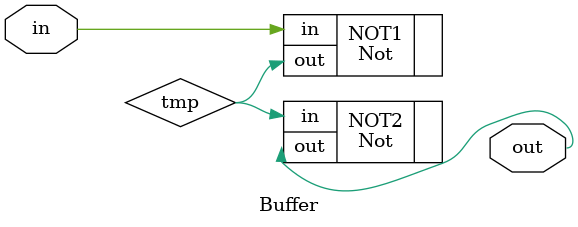
<source format=v>
/**
 * Buffer:
 * out = in
 */

 
module Buffer(
	input in,
	output out
);

	wire tmp;
	Not NOT1(.in(in),.out(tmp));
	Not NOT2(.in(tmp),.out(out));

endmodule

</source>
